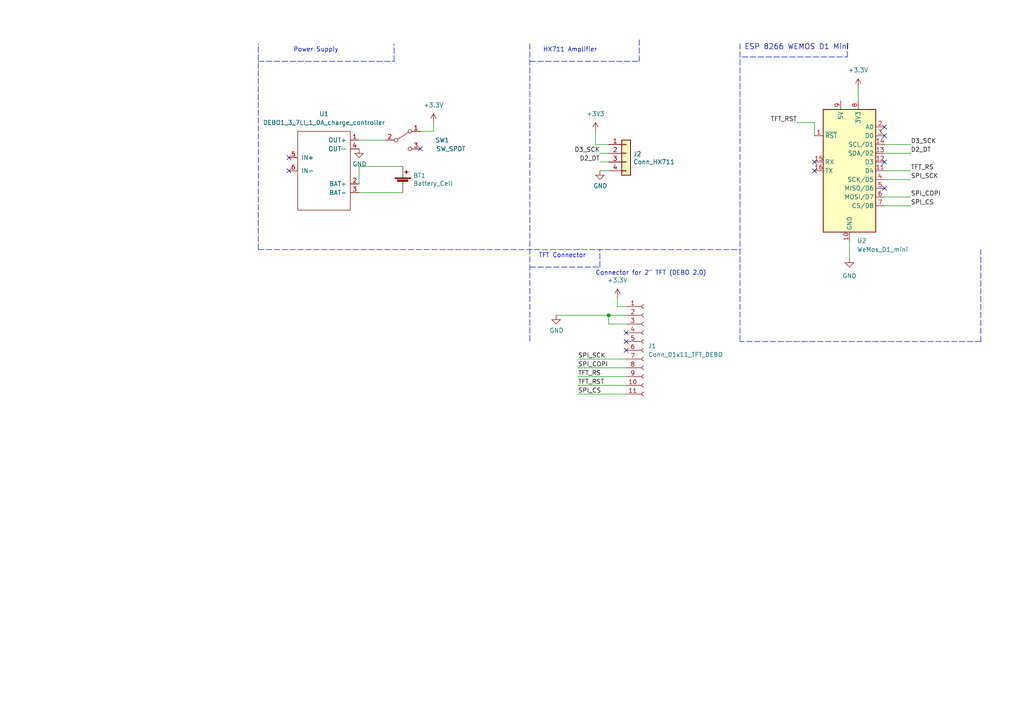
<source format=kicad_sch>
(kicad_sch (version 20230121) (generator eeschema)
  (paper "A4")
  (title_block (title "Kuechen-Waage") (date "2019-08-20") (rev "2.0") (company "egsoft"))
  (lib_symbols
    (symbol "Connector:Conn_01x11_Female" (pin_names (offset 1.016) hide)
      (property "Reference" "J" (at 0 15.24 0))
      (property "Value" "Conn_01x11_Female" (at 0 -15.24 0))
      (symbol "Conn_01x11_Female_1_1"
        (arc (start 0 -12.192) (mid -0.5058 -12.7) (end 0 -13.208) (stroke (width 0.1524)))
        (arc (start 0 -9.652) (mid -0.5058 -10.16) (end 0 -10.668) (stroke (width 0.1524)))
        (arc (start 0 -7.112) (mid -0.5058 -7.62) (end 0 -8.128) (stroke (width 0.1524)))
        (arc (start 0 -4.572) (mid -0.5058 -5.08) (end 0 -5.588) (stroke (width 0.1524)))
        (arc (start 0 -2.032) (mid -0.5058 -2.54) (end 0 -3.048) (stroke (width 0.1524)))
        (polyline (pts (xy -1.27 -12.7) (xy -0.508 -12.7)) (stroke (width 0.1524)))
        (polyline (pts (xy -1.27 -10.16) (xy -0.508 -10.16)) (stroke (width 0.1524)))
        (polyline (pts (xy -1.27 -7.62) (xy -0.508 -7.62)) (stroke (width 0.1524)))
        (polyline (pts (xy -1.27 -5.08) (xy -0.508 -5.08)) (stroke (width 0.1524)))
        (polyline (pts (xy -1.27 -2.54) (xy -0.508 -2.54)) (stroke (width 0.1524)))
        (polyline (pts (xy -1.27 0) (xy -0.508 0)) (stroke (width 0.1524)))
        (polyline (pts (xy -1.27 2.54) (xy -0.508 2.54)) (stroke (width 0.1524)))
        (polyline (pts (xy -1.27 5.08) (xy -0.508 5.08)) (stroke (width 0.1524)))
        (polyline (pts (xy -1.27 7.62) (xy -0.508 7.62)) (stroke (width 0.1524)))
        (polyline (pts (xy -1.27 10.16) (xy -0.508 10.16)) (stroke (width 0.1524)))
        (polyline (pts (xy -1.27 12.7) (xy -0.508 12.7)) (stroke (width 0.1524)))
        (arc (start 0 0.508) (mid -0.5058 0) (end 0 -0.508) (stroke (width 0.1524)))
        (arc (start 0 3.048) (mid -0.5058 2.54) (end 0 2.032) (stroke (width 0.1524)))
        (arc (start 0 5.588) (mid -0.5058 5.08) (end 0 4.572) (stroke (width 0.1524)))
        (arc (start 0 8.128) (mid -0.5058 7.62) (end 0 7.112) (stroke (width 0.1524)))
        (arc (start 0 10.668) (mid -0.5058 10.16) (end 0 9.652) (stroke (width 0.1524)))
        (arc (start 0 13.208) (mid -0.5058 12.7) (end 0 12.192) (stroke (width 0.1524)))
        (pin passive line (at -5.08 12.7 0) (length 3.81) (name "Pin_1") (number "1"))
        (pin passive line (at -5.08 -10.16 0) (length 3.81) (name "Pin_10") (number "10"))
        (pin passive line (at -5.08 -12.7 0) (length 3.81) (name "Pin_11") (number "11"))
        (pin passive line (at -5.08 10.16 0) (length 3.81) (name "Pin_2") (number "2"))
        (pin passive line (at -5.08 7.62 0) (length 3.81) (name "Pin_3") (number "3"))
        (pin passive line (at -5.08 5.08 0) (length 3.81) (name "Pin_4") (number "4"))
        (pin passive line (at -5.08 2.54 0) (length 3.81) (name "Pin_5") (number "5"))
        (pin passive line (at -5.08 0 0) (length 3.81) (name "Pin_6") (number "6"))
        (pin passive line (at -5.08 -2.54 0) (length 3.81) (name "Pin_7") (number "7"))
        (pin passive line (at -5.08 -5.08 0) (length 3.81) (name "Pin_8") (number "8"))
        (pin passive line (at -5.08 -7.62 0) (length 3.81) (name "Pin_9") (number "9"))
      )
    )
    (symbol "Connector_Generic:Conn_01x04" (pin_names (offset 1.016) hide)
      (property "Reference" "J" (at 0 5.08 0))
      (property "Value" "Conn_01x04" (at 0 -7.62 0))
      (symbol "Conn_01x04_1_1"
        (rectangle (start -1.27 -4.953) (end 0 -5.207) (stroke (width 0.1524)))
        (rectangle (start -1.27 -2.413) (end 0 -2.667) (stroke (width 0.1524)))
        (rectangle (start -1.27 0.127) (end 0 -0.127) (stroke (width 0.1524)))
        (rectangle (start -1.27 2.667) (end 0 2.413) (stroke (width 0.1524)))
        (rectangle (start -1.27 3.81) (end 1.27 -6.35) (stroke (width 0.254)) (fill (type background)))
        (pin passive line (at -5.08 2.54 0) (length 3.81) (name "Pin_1") (number "1"))
        (pin passive line (at -5.08 0 0) (length 3.81) (name "Pin_2") (number "2"))
        (pin passive line (at -5.08 -2.54 0) (length 3.81) (name "Pin_3") (number "3"))
        (pin passive line (at -5.08 -5.08 0) (length 3.81) (name "Pin_4") (number "4"))
      )
    )
    (symbol "Device:Battery_Cell" (pin_numbers hide) (pin_names (offset 0) hide)
      (property "Reference" "BT" (at 2.54 2.54 0))
      (property "Value" "Battery_Cell" (at 2.54 0 0))
      (symbol "Battery_Cell_0_1"
        (rectangle (start -2.286 1.778) (end 2.286 1.524) (fill (type outline)))
        (rectangle (start -1.5748 1.1938) (end 1.4732 0.6858) (fill (type outline)))
        (polyline (pts (xy 0 0.762) (xy 0 0)))
        (polyline (pts (xy 0 1.778) (xy 0 2.54)))
        (polyline (pts (xy 0.508 3.429) (xy 1.524 3.429)) (stroke (width 0.254)))
        (polyline (pts (xy 1.016 3.937) (xy 1.016 2.921)) (stroke (width 0.254)))
      )
      (symbol "Battery_Cell_1_1"
        (pin passive line (at 0 5.08 270) (length 2.54) (name "+") (number "1"))
        (pin passive line (at 0 -2.54 90) (length 2.54) (name "-") (number "2"))
      )
    )
    (symbol "GND_1" (power) (pin_names (offset 0))
      (property "Value" "GND_1" (at 0 -3.81 0))
      (symbol "GND_1_0_1"
        (polyline (pts (xy 0 0) (xy 0 -1.27) (xy 1.27 -1.27) (xy 0 -2.54) (xy -1.27 -1.27) (xy 0 -1.27)))
      )
      (symbol "GND_1_1_1"
        (pin power_in line (at 0 0 270) (length 0) hide (name "GND") (number "1"))
      )
    )
    (symbol "MCU_Module:WeMos_D1_mini"
      (property "Reference" "U" (at 3.81 19.05 0))
      (property "Value" "WeMos_D1_mini" (at 1.27 -19.05 0))
      (symbol "WeMos_D1_mini_1_1"
        (rectangle (start -7.62 17.78) (end 7.62 -17.78) (stroke (width 0.254)) (fill (type background)))
        (pin input line (at -10.16 10.16 0) (length 2.54) (name "~{RST}") (number "1"))
        (pin power_in line (at 0 -20.32 90) (length 2.54) (name "GND") (number "10"))
        (pin bidirectional line (at 10.16 0 180) (length 2.54) (name "D4") (number "11"))
        (pin bidirectional line (at 10.16 2.54 180) (length 2.54) (name "D3") (number "12"))
        (pin bidirectional line (at 10.16 5.08 180) (length 2.54) (name "SDA/D2") (number "13"))
        (pin bidirectional line (at 10.16 7.62 180) (length 2.54) (name "SCL/D1") (number "14"))
        (pin input line (at -10.16 2.54 0) (length 2.54) (name "RX") (number "15"))
        (pin output line (at -10.16 0 0) (length 2.54) (name "TX") (number "16"))
        (pin input line (at 10.16 12.7 180) (length 2.54) (name "A0") (number "2"))
        (pin bidirectional line (at 10.16 10.16 180) (length 2.54) (name "D0") (number "3"))
        (pin bidirectional line (at 10.16 -2.54 180) (length 2.54) (name "SCK/D5") (number "4"))
        (pin bidirectional line (at 10.16 -5.08 180) (length 2.54) (name "MISO/D6") (number "5"))
        (pin bidirectional line (at 10.16 -7.62 180) (length 2.54) (name "MOSI/D7") (number "6"))
        (pin bidirectional line (at 10.16 -10.16 180) (length 2.54) (name "CS/D8") (number "7"))
        (pin power_out line (at 2.54 20.32 270) (length 2.54) (name "3V3") (number "8"))
        (pin power_in line (at -2.54 20.32 270) (length 2.54) (name "5V") (number "9"))
      )
    )
    (symbol "Mine:DEBO1_3_7LI_1_0A_charge_controller" (pin_names (offset 1.016))
      (property "Reference" "U" (at 0 0 0))
      (property "Value" "DEBO1_3_7LI_1_0A_charge_controller" (at 0 0 0))
      (symbol "DEBO1_3_7LI_1_0A_charge_controller_0_1"
        (rectangle (start 7.62 1.27) (end -7.62 24.13))
      )
      (symbol "DEBO1_3_7LI_1_0A_charge_controller_1_1"
        (pin power_out line (at 10.16 21.59 180) (length 2.54) (name "OUT+") (number "1"))
        (pin power_out line (at 10.16 8.89 180) (length 2.54) (name "BAT+") (number "2"))
        (pin power_out line (at 10.16 6.35 180) (length 2.54) (name "BAT-") (number "3"))
        (pin power_out line (at 10.16 19.05 180) (length 2.54) (name "OUT-") (number "4"))
        (pin power_in line (at -10.16 16.51 0) (length 2.54) (name "IN+") (number "5"))
        (pin power_in line (at -10.16 12.7 0) (length 2.54) (name "IN-") (number "6"))
      )
    )
    (symbol "Switch:SW_SPDT" (pin_names (offset 0) hide)
      (property "Reference" "SW" (at 0 4.318 0))
      (property "Value" "SW_SPDT" (at 0 -5.08 0))
      (symbol "SW_SPDT_0_0"
        (circle (center -2.032 0) (radius 0.508))
        (circle (center 2.032 -2.54) (radius 0.508))
      )
      (symbol "SW_SPDT_0_1"
        (polyline (pts (xy -1.524 0.254) (xy 1.651 2.286)))
        (circle (center 2.032 2.54) (radius 0.508))
      )
      (symbol "SW_SPDT_1_1"
        (pin passive line (at 5.08 2.54 180) (length 2.54) (name "A") (number "1"))
        (pin passive line (at -5.08 0 0) (length 2.54) (name "B") (number "2"))
        (pin passive line (at 5.08 -2.54 180) (length 2.54) (name "C") (number "3"))
      )
    )
    (symbol "power:+3.3V" (power) (pin_names (offset 0))
      (property "Value" "+3.3V" (at 0 3.556 0))
      (symbol "+3.3V_0_1"
        (polyline (pts (xy -0.762 1.27) (xy 0 2.54)))
        (polyline (pts (xy 0 0) (xy 0 2.54)))
        (polyline (pts (xy 0 2.54) (xy 0.762 1.27)))
      )
      (symbol "+3.3V_1_1"
        (pin power_in line (at 0 0 90) (length 0) hide (name "+3.3V") (number "1"))
      )
    )
    (symbol "power:+3V3" (power) (pin_names (offset 0))
      (property "Value" "+3V3" (at 0 3.556 0))
      (symbol "+3V3_0_1"
        (polyline (pts (xy -0.762 1.27) (xy 0 2.54)))
        (polyline (pts (xy 0 0) (xy 0 2.54)))
        (polyline (pts (xy 0 2.54) (xy 0.762 1.27)))
      )
      (symbol "+3V3_1_1"
        (pin power_in line (at 0 0 90) (length 0) hide (name "+3V3") (number "1"))
      )
    )
    (symbol "power:GND" (power) (pin_names (offset 0))
      (property "Value" "GND" (at 0 -3.81 0))
      (symbol "GND_0_1"
        (polyline (pts (xy 0 0) (xy 0 -1.27) (xy 1.27 -1.27) (xy 0 -2.54) (xy -1.27 -1.27) (xy 0 -1.27)))
      )
      (symbol "GND_1_1"
        (pin power_in line (at 0 0 270) (length 0) hide (name "GND") (number "1"))
      )
    )
  )
  (junction (at 176.53 91.44))
  (no_connect (at 236.22 46.99))
  (no_connect (at 256.54 39.37))
  (no_connect (at 256.54 36.83))
  (no_connect (at 256.54 54.61))
  (no_connect (at 256.54 46.99))
  (no_connect (at 181.61 96.52))
  (no_connect (at 236.22 49.53))
  (no_connect (at 181.61 99.06))
  (no_connect (at 83.82 45.72))
  (no_connect (at 83.82 49.53))
  (no_connect (at 121.92 43.18))
  (no_connect (at 181.61 101.6))
  (polyline (pts (xy 153.67 12.7) (xy 153.67 99.06)) (stroke (width 0) (type dash)))
  (wire (pts (xy 167.64 114.3) (xy 181.61 114.3)))
  (wire (pts (xy 116.84 48.26) (xy 104.14 48.26)))
  (polyline (pts (xy 114.3 17.78) (xy 114.3 12.7)) (stroke (width 0) (type dash)))
  (wire (pts (xy 256.54 57.15) (xy 264.16 57.15)))
  (wire (pts (xy 176.53 91.44) (xy 176.53 93.98)))
  (wire (pts (xy 104.14 55.88) (xy 116.84 55.88)))
  (wire (pts (xy 167.64 106.68) (xy 181.61 106.68)))
  (wire (pts (xy 173.99 49.53) (xy 176.53 49.53)))
  (wire (pts (xy 179.07 86.36) (xy 179.07 88.9)))
  (wire (pts (xy 161.29 91.44) (xy 176.53 91.44)))
  (wire (pts (xy 167.64 104.14) (xy 181.61 104.14)))
  (polyline (pts (xy 153.67 77.47) (xy 173.99 77.47)) (stroke (width 0) (type dash)))
  (polyline (pts (xy 284.48 99.06) (xy 284.48 72.39)) (stroke (width 0) (type dash)))
  (wire (pts (xy 236.22 35.56) (xy 236.22 39.37)))
  (wire (pts (xy 176.53 93.98) (xy 181.61 93.98)))
  (wire (pts (xy 256.54 52.07) (xy 264.16 52.07)))
  (wire (pts (xy 256.54 41.91) (xy 264.16 41.91)))
  (wire (pts (xy 176.53 91.44) (xy 181.61 91.44)))
  (polyline (pts (xy 245.745 16.51) (xy 245.745 12.065)) (stroke (width 0) (type dash)))
  (wire (pts (xy 104.14 40.64) (xy 111.76 40.64)))
  (polyline (pts (xy 215.265 16.51) (xy 245.745 16.51)) (stroke (width 0) (type dash)))
  (polyline (pts (xy 284.48 99.06) (xy 214.63 99.06)) (stroke (width 0) (type dash)))
  (wire (pts (xy 125.73 35.56) (xy 125.73 38.1)))
  (polyline (pts (xy 153.67 17.78) (xy 185.42 17.78)) (stroke (width 0) (type dash)))
  (polyline (pts (xy 74.93 72.39) (xy 214.63 72.39)) (stroke (width 0) (type dash)))
  (wire (pts (xy 179.07 88.9) (xy 181.61 88.9)))
  (wire (pts (xy 167.64 111.76) (xy 181.61 111.76)))
  (wire (pts (xy 246.38 69.85) (xy 246.38 74.93)))
  (wire (pts (xy 248.92 25.4) (xy 248.92 29.21)))
  (wire (pts (xy 172.72 41.91) (xy 176.53 41.91)))
  (wire (pts (xy 173.99 46.99) (xy 176.53 46.99)))
  (polyline (pts (xy 214.63 12.7) (xy 214.63 99.06)) (stroke (width 0) (type dash)))
  (polyline (pts (xy 74.93 72.39) (xy 74.93 12.7)) (stroke (width 0) (type dash)))
  (polyline (pts (xy 185.42 17.78) (xy 185.42 11.43)) (stroke (width 0) (type dash)))
  (wire (pts (xy 231.14 35.56) (xy 236.22 35.56)))
  (wire (pts (xy 256.54 49.53) (xy 264.16 49.53)))
  (wire (pts (xy 172.72 38.1) (xy 172.72 41.91)))
  (wire (pts (xy 173.99 44.45) (xy 176.53 44.45)))
  (wire (pts (xy 121.92 38.1) (xy 125.73 38.1)))
  (wire (pts (xy 167.64 109.22) (xy 181.61 109.22)))
  (wire (pts (xy 256.54 59.69) (xy 264.16 59.69)))
  (polyline (pts (xy 173.99 77.47) (xy 173.99 72.39)) (stroke (width 0) (type dash)))
  (polyline (pts (xy 74.93 17.78) (xy 114.3 17.78)) (stroke (width 0) (type dash)))
  (wire (pts (xy 104.14 48.26) (xy 104.14 53.34)))
  (wire (pts (xy 256.54 44.45) (xy 264.16 44.45)))
  (text "Connector for 2\" TFT (DEBO 2.0)" (at 172.72 80.01 0) (effects (font (size 1.27 1.27)) (justify left bottom)))
  (text "Power Supply" (at 85.09 15.24 0) (effects (font (size 1.27 1.27)) (justify left bottom)))
  (text "TFT Connector" (at 156.21 74.93 0) (effects (font (size 1.27 1.27)) (justify left bottom)))
  (text "HX711 Amplifier" (at 157.48 15.24 0) (effects (font (size 1.27 1.27)) (justify left bottom)))
  (text "ESP 8266 WEMOS D1 Mini" (at 215.9 14.605 0) (effects (font (size 1.524 1.524)) (justify left bottom)))
  (label "SPI_SCK" (at 264.16 52.07 0))
  (label "TFT_RS" (at 167.64 109.22 0))
  (label "D2_DT" (at 173.99 46.99 180))
  (label "SPI_SCK" (at 167.64 104.14 0))
  (label "D2_DT" (at 264.16 44.45 0))
  (label "SPI_COPI" (at 167.64 106.68 0))
  (label "TFT_RS" (at 264.16 49.53 0))
  (label "D3_SCK" (at 264.16 41.91 0))
  (label "D3_SCK" (at 173.99 44.45 180))
  (label "SPI_CS" (at 167.64 114.3 0))
  (label "SPI_COPI" (at 264.16 57.15 0))
  (label "TFT_RST" (at 231.14 35.56 180))
  (label "TFT_RST" (at 167.64 111.76 0))
  (label "SPI_CS" (at 264.16 59.69 0))
  (symbol (lib_id "Connector_Generic:Conn_01x04") (at 181.61 44.45 0) (unit 1)
    (property "Reference" "J2" (at 183.642 44.6532 0) (effects (justify left)))
    (property "Value" "Conn_HX711" (at 183.642 46.9646 0) (effects (justify left)))
  )
  (symbol (lib_id "power:GND") (at 173.99 49.53 0) (unit 1)
    (property "Reference" "#PWR0105" (effects hide))
    (property "Value" "GND" (at 174.117 53.9242 0))
  )
  (symbol (lib_id "Device:Battery_Cell") (at 116.84 53.34 0) (unit 1)
    (property "Reference" "BT1" (at 119.8372 50.9016 0) (effects (justify left)))
    (property "Value" "Battery_Cell" (at 119.8372 53.213 0) (effects (justify left)))
  )
  (symbol (lib_id "Switch:SW_SPDT") (at 116.84 40.64 0) (unit 1)
    (property "Reference" "SW1" (at 128.27 40.64 0))
    (property "Value" "SW_SPDT" (at 130.81 43.18 0))
  )
  (symbol (lib_id "Connector:Conn_01x11_Female") (at 186.69 101.6 0) (unit 1)
    (property "Reference" "J1" (at 187.96 100.3299 0) (effects (justify left)))
    (property "Value" "Conn_01x11_TFT_DEBO" (at 187.96 102.8699 0) (effects (justify left)))
  )
  (symbol (lib_name "GND_1") (lib_id "power:GND") (at 246.38 74.93 0) (unit 1)
    (property "Reference" "#PWR05" (effects hide))
    (property "Value" "GND" (at 246.38 80.01 0))
  )
  (symbol (lib_id "MCU_Module:WeMos_D1_mini") (at 246.38 49.53 0) (unit 1)
    (property "Reference" "U2" (at 248.5741 69.85 0) (effects (justify left)))
    (property "Value" "WeMos_D1_mini" (at 248.5741 72.39 0) (effects (justify left)))
    (property "Footprint" "Module:WEMOS_D1_mini_light" (effects hide))
    (property "Datasheet" "https://wiki.wemos.cc/products:d1:d1_mini#documentation" (effects hide))
  )
  (symbol (lib_id "power:+3.3V") (at 125.73 35.56 0) (unit 1)
    (property "Reference" "#PWR04" (effects hide))
    (property "Value" "+3.3V" (at 125.73 30.48 0))
  )
  (symbol (lib_id "power:GND") (at 161.29 91.44 0) (unit 1)
    (property "Reference" "#PWR0102" (effects hide))
    (property "Value" "GND" (at 161.417 95.8342 0))
  )
  (symbol (lib_id "power:+3.3V") (at 179.07 86.36 0) (unit 1)
    (property "Reference" "#PWR03" (effects hide))
    (property "Value" "+3.3V" (at 179.07 81.28 0))
  )
  (symbol (lib_id "power:+3V3") (at 172.72 38.1 0) (unit 1)
    (property "Reference" "#PWR01" (effects hide))
    (property "Value" "+3V3" (at 172.72 33.02 0))
  )
  (symbol (lib_id "Mine:DEBO1_3_7LI_1_0A_charge_controller") (at 93.98 62.23 0) (unit 1)
    (property "Reference" "U1" (at 93.98 33.02 0))
    (property "Value" "DEBO1_3_7LI_1_0A_charge_controller" (at 93.98 35.56 0))
  )
  (symbol (lib_id "power:GND") (at 104.14 43.18 0) (unit 1)
    (property "Reference" "#PWR0103" (effects hide))
    (property "Value" "GND" (at 104.267 47.5742 0))
  )
  (symbol (lib_id "power:+3.3V") (at 248.92 25.4 0) (unit 1)
    (property "Reference" "#PWR02" (effects hide))
    (property "Value" "+3.3V" (at 248.92 20.32 0))
  )
)
</source>
